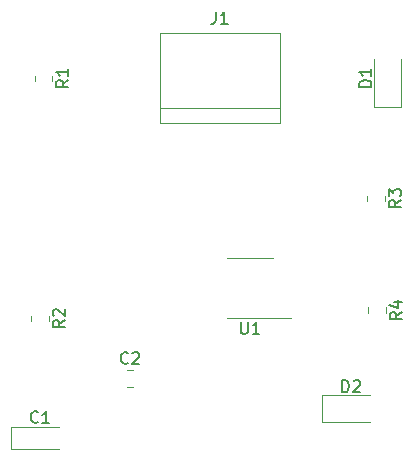
<source format=gbr>
%TF.GenerationSoftware,KiCad,Pcbnew,(6.0.10)*%
%TF.CreationDate,2023-02-17T12:18:30-08:00*%
%TF.ProjectId,exercise2,65786572-6369-4736-9532-2e6b69636164,rev?*%
%TF.SameCoordinates,Original*%
%TF.FileFunction,Legend,Top*%
%TF.FilePolarity,Positive*%
%FSLAX46Y46*%
G04 Gerber Fmt 4.6, Leading zero omitted, Abs format (unit mm)*
G04 Created by KiCad (PCBNEW (6.0.10)) date 2023-02-17 12:18:30*
%MOMM*%
%LPD*%
G01*
G04 APERTURE LIST*
%ADD10C,0.150000*%
%ADD11C,0.120000*%
G04 APERTURE END LIST*
D10*
%TO.C,D1*%
X152519880Y-87098095D02*
X151519880Y-87098095D01*
X151519880Y-86860000D01*
X151567500Y-86717142D01*
X151662738Y-86621904D01*
X151757976Y-86574285D01*
X151948452Y-86526666D01*
X152091309Y-86526666D01*
X152281785Y-86574285D01*
X152377023Y-86621904D01*
X152472261Y-86717142D01*
X152519880Y-86860000D01*
X152519880Y-87098095D01*
X152519880Y-85574285D02*
X152519880Y-86145714D01*
X152519880Y-85860000D02*
X151519880Y-85860000D01*
X151662738Y-85955238D01*
X151757976Y-86050476D01*
X151805595Y-86145714D01*
%TO.C,R1*%
X126852380Y-86526666D02*
X126376190Y-86860000D01*
X126852380Y-87098095D02*
X125852380Y-87098095D01*
X125852380Y-86717142D01*
X125900000Y-86621904D01*
X125947619Y-86574285D01*
X126042857Y-86526666D01*
X126185714Y-86526666D01*
X126280952Y-86574285D01*
X126328571Y-86621904D01*
X126376190Y-86717142D01*
X126376190Y-87098095D01*
X126852380Y-85574285D02*
X126852380Y-86145714D01*
X126852380Y-85860000D02*
X125852380Y-85860000D01*
X125995238Y-85955238D01*
X126090476Y-86050476D01*
X126138095Y-86145714D01*
%TO.C,R3*%
X155017380Y-96686666D02*
X154541190Y-97020000D01*
X155017380Y-97258095D02*
X154017380Y-97258095D01*
X154017380Y-96877142D01*
X154065000Y-96781904D01*
X154112619Y-96734285D01*
X154207857Y-96686666D01*
X154350714Y-96686666D01*
X154445952Y-96734285D01*
X154493571Y-96781904D01*
X154541190Y-96877142D01*
X154541190Y-97258095D01*
X154017380Y-96353333D02*
X154017380Y-95734285D01*
X154398333Y-96067619D01*
X154398333Y-95924761D01*
X154445952Y-95829523D01*
X154493571Y-95781904D01*
X154588809Y-95734285D01*
X154826904Y-95734285D01*
X154922142Y-95781904D01*
X154969761Y-95829523D01*
X155017380Y-95924761D01*
X155017380Y-96210476D01*
X154969761Y-96305714D01*
X154922142Y-96353333D01*
%TO.C,D2*%
X150061904Y-112932380D02*
X150061904Y-111932380D01*
X150300000Y-111932380D01*
X150442857Y-111980000D01*
X150538095Y-112075238D01*
X150585714Y-112170476D01*
X150633333Y-112360952D01*
X150633333Y-112503809D01*
X150585714Y-112694285D01*
X150538095Y-112789523D01*
X150442857Y-112884761D01*
X150300000Y-112932380D01*
X150061904Y-112932380D01*
X151014285Y-112027619D02*
X151061904Y-111980000D01*
X151157142Y-111932380D01*
X151395238Y-111932380D01*
X151490476Y-111980000D01*
X151538095Y-112027619D01*
X151585714Y-112122857D01*
X151585714Y-112218095D01*
X151538095Y-112360952D01*
X150966666Y-112932380D01*
X151585714Y-112932380D01*
%TO.C,U1*%
X141478095Y-106992380D02*
X141478095Y-107801904D01*
X141525714Y-107897142D01*
X141573333Y-107944761D01*
X141668571Y-107992380D01*
X141859047Y-107992380D01*
X141954285Y-107944761D01*
X142001904Y-107897142D01*
X142049523Y-107801904D01*
X142049523Y-106992380D01*
X143049523Y-107992380D02*
X142478095Y-107992380D01*
X142763809Y-107992380D02*
X142763809Y-106992380D01*
X142668571Y-107135238D01*
X142573333Y-107230476D01*
X142478095Y-107278095D01*
%TO.C,R2*%
X126562380Y-106846666D02*
X126086190Y-107180000D01*
X126562380Y-107418095D02*
X125562380Y-107418095D01*
X125562380Y-107037142D01*
X125610000Y-106941904D01*
X125657619Y-106894285D01*
X125752857Y-106846666D01*
X125895714Y-106846666D01*
X125990952Y-106894285D01*
X126038571Y-106941904D01*
X126086190Y-107037142D01*
X126086190Y-107418095D01*
X125657619Y-106465714D02*
X125610000Y-106418095D01*
X125562380Y-106322857D01*
X125562380Y-106084761D01*
X125610000Y-105989523D01*
X125657619Y-105941904D01*
X125752857Y-105894285D01*
X125848095Y-105894285D01*
X125990952Y-105941904D01*
X126562380Y-106513333D01*
X126562380Y-105894285D01*
%TO.C,J1*%
X139366666Y-80732380D02*
X139366666Y-81446666D01*
X139319047Y-81589523D01*
X139223809Y-81684761D01*
X139080952Y-81732380D01*
X138985714Y-81732380D01*
X140366666Y-81732380D02*
X139795238Y-81732380D01*
X140080952Y-81732380D02*
X140080952Y-80732380D01*
X139985714Y-80875238D01*
X139890476Y-80970476D01*
X139795238Y-81018095D01*
%TO.C,C1*%
X124293333Y-115447142D02*
X124245714Y-115494761D01*
X124102857Y-115542380D01*
X124007619Y-115542380D01*
X123864761Y-115494761D01*
X123769523Y-115399523D01*
X123721904Y-115304285D01*
X123674285Y-115113809D01*
X123674285Y-114970952D01*
X123721904Y-114780476D01*
X123769523Y-114685238D01*
X123864761Y-114590000D01*
X124007619Y-114542380D01*
X124102857Y-114542380D01*
X124245714Y-114590000D01*
X124293333Y-114637619D01*
X125245714Y-115542380D02*
X124674285Y-115542380D01*
X124960000Y-115542380D02*
X124960000Y-114542380D01*
X124864761Y-114685238D01*
X124769523Y-114780476D01*
X124674285Y-114828095D01*
%TO.C,R4*%
X155102380Y-106156666D02*
X154626190Y-106490000D01*
X155102380Y-106728095D02*
X154102380Y-106728095D01*
X154102380Y-106347142D01*
X154150000Y-106251904D01*
X154197619Y-106204285D01*
X154292857Y-106156666D01*
X154435714Y-106156666D01*
X154530952Y-106204285D01*
X154578571Y-106251904D01*
X154626190Y-106347142D01*
X154626190Y-106728095D01*
X154435714Y-105299523D02*
X155102380Y-105299523D01*
X154054761Y-105537619D02*
X154769047Y-105775714D01*
X154769047Y-105156666D01*
%TO.C,C2*%
X131913333Y-110437142D02*
X131865714Y-110484761D01*
X131722857Y-110532380D01*
X131627619Y-110532380D01*
X131484761Y-110484761D01*
X131389523Y-110389523D01*
X131341904Y-110294285D01*
X131294285Y-110103809D01*
X131294285Y-109960952D01*
X131341904Y-109770476D01*
X131389523Y-109675238D01*
X131484761Y-109580000D01*
X131627619Y-109532380D01*
X131722857Y-109532380D01*
X131865714Y-109580000D01*
X131913333Y-109627619D01*
X132294285Y-109627619D02*
X132341904Y-109580000D01*
X132437142Y-109532380D01*
X132675238Y-109532380D01*
X132770476Y-109580000D01*
X132818095Y-109627619D01*
X132865714Y-109722857D01*
X132865714Y-109818095D01*
X132818095Y-109960952D01*
X132246666Y-110532380D01*
X132865714Y-110532380D01*
D11*
%TO.C,D1*%
X155022500Y-88820000D02*
X155022500Y-84760000D01*
X152752500Y-84760000D02*
X152752500Y-88820000D01*
X152752500Y-88820000D02*
X155022500Y-88820000D01*
%TO.C,R1*%
X124015000Y-86132936D02*
X124015000Y-86587064D01*
X125485000Y-86132936D02*
X125485000Y-86587064D01*
%TO.C,R3*%
X152180000Y-96292936D02*
X152180000Y-96747064D01*
X153650000Y-96292936D02*
X153650000Y-96747064D01*
%TO.C,D2*%
X148340000Y-113165000D02*
X148340000Y-115435000D01*
X152400000Y-113165000D02*
X148340000Y-113165000D01*
X148340000Y-115435000D02*
X152400000Y-115435000D01*
%TO.C,U1*%
X142240000Y-106700000D02*
X145690000Y-106700000D01*
X142240000Y-106700000D02*
X140290000Y-106700000D01*
X142240000Y-101580000D02*
X144190000Y-101580000D01*
X142240000Y-101580000D02*
X140290000Y-101580000D01*
%TO.C,R2*%
X125195000Y-106452936D02*
X125195000Y-106907064D01*
X123725000Y-106452936D02*
X123725000Y-106907064D01*
%TO.C,J1*%
X134620000Y-82550000D02*
X134620000Y-90170000D01*
X144780000Y-88900000D02*
X134620000Y-88900000D01*
X144780000Y-82550000D02*
X134620000Y-82550000D01*
X144780000Y-90170000D02*
X144780000Y-82550000D01*
X134620000Y-90170000D02*
X144780000Y-90170000D01*
%TO.C,C1*%
X121975000Y-115905000D02*
X121975000Y-117775000D01*
X121975000Y-117775000D02*
X126060000Y-117775000D01*
X126060000Y-115905000D02*
X121975000Y-115905000D01*
%TO.C,R4*%
X153735000Y-105762936D02*
X153735000Y-106217064D01*
X152265000Y-105762936D02*
X152265000Y-106217064D01*
%TO.C,C2*%
X131818748Y-111025000D02*
X132341252Y-111025000D01*
X131818748Y-112495000D02*
X132341252Y-112495000D01*
%TD*%
M02*

</source>
